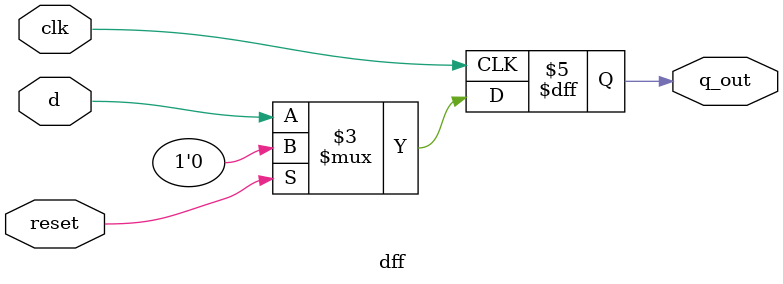
<source format=sv>
module dff(
	
	input logic clk,reset,
	input logic d,
	output logic q_out
	
	);

always_ff  @(posedge clk) begin 
	
	if(reset)
		
		q_out <= '0;
	else 
		
		q_out <= d;

end 

endmodule 

</source>
